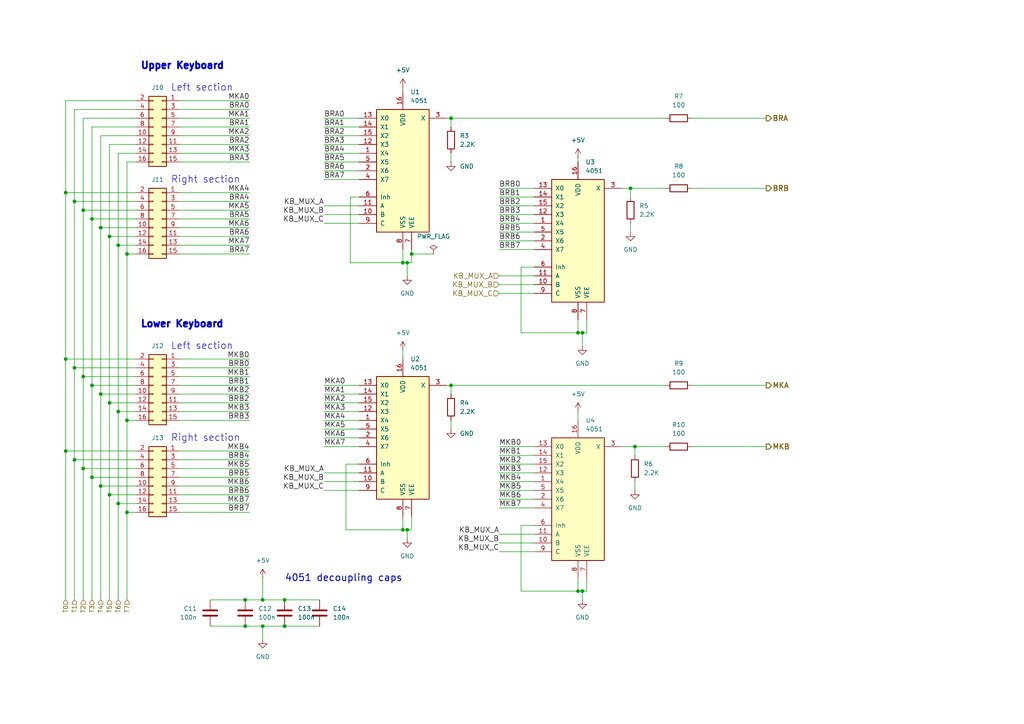
<source format=kicad_sch>
(kicad_sch (version 20231120) (generator "eeschema") (generator_version "8.0")
  (paper "A4")
  (title_block (title "Keyboards control") (date "2024-09-18") (rev "1.0"))
  (lib_symbols
    (symbol "4xxx:4051" (pin_names (offset 1.016))
      (property "Reference" "U" (at -7.62 19.05 0))
      (property "Value" "4051" (at -7.62 -19.05 0))
      (symbol "4051_1_0"
        (pin passive line (at -12.7 5.08 0) (length 5.08) (name "X4") (number "1"))
        (pin input line (at -12.7 -12.7 0) (length 5.08) (name "B") (number "10"))
        (pin input line (at -12.7 -10.16 0) (length 5.08) (name "A") (number "11"))
        (pin passive line (at -12.7 7.62 0) (length 5.08) (name "X3") (number "12"))
        (pin passive line (at -12.7 15.24 0) (length 5.08) (name "X0") (number "13"))
        (pin passive line (at -12.7 12.7 0) (length 5.08) (name "X1") (number "14"))
        (pin passive line (at -12.7 10.16 0) (length 5.08) (name "X2") (number "15"))
        (pin power_in line (at 0 22.86 270) (length 5.08) (name "VDD") (number "16"))
        (pin passive line (at -12.7 0 0) (length 5.08) (name "X6") (number "2"))
        (pin passive line (at 12.7 15.24 180) (length 5.08) (name "X") (number "3"))
        (pin passive line (at -12.7 -2.54 0) (length 5.08) (name "X7") (number "4"))
        (pin passive line (at -12.7 2.54 0) (length 5.08) (name "X5") (number "5"))
        (pin input line (at -12.7 -7.62 0) (length 5.08) (name "Inh") (number "6"))
        (pin power_in line (at 2.54 -22.86 90) (length 5.08) (name "VEE") (number "7"))
        (pin power_in line (at 0 -22.86 90) (length 5.08) (name "VSS") (number "8"))
        (pin input line (at -12.7 -15.24 0) (length 5.08) (name "C") (number "9"))
      )
      (symbol "4051_1_1"
        (rectangle (start -7.62 17.78) (end 7.62 -17.78) (stroke (width 0.254)) (fill (type background)))
      )
    )
    (symbol "Connector_Generic:Conn_02x08_Odd_Even" (pin_names (offset 1.016) hide)
      (property "Reference" "J" (at 1.27 10.16 0))
      (property "Value" "Conn_02x08_Odd_Even" (at 1.27 -12.7 0))
      (symbol "Conn_02x08_Odd_Even_1_1"
        (rectangle (start -1.27 -10.033) (end 0 -10.287) (stroke (width 0.1524)))
        (rectangle (start -1.27 -7.493) (end 0 -7.747) (stroke (width 0.1524)))
        (rectangle (start -1.27 -4.953) (end 0 -5.207) (stroke (width 0.1524)))
        (rectangle (start -1.27 -2.413) (end 0 -2.667) (stroke (width 0.1524)))
        (rectangle (start -1.27 0.127) (end 0 -0.127) (stroke (width 0.1524)))
        (rectangle (start -1.27 2.667) (end 0 2.413) (stroke (width 0.1524)))
        (rectangle (start -1.27 5.207) (end 0 4.953) (stroke (width 0.1524)))
        (rectangle (start -1.27 7.747) (end 0 7.493) (stroke (width 0.1524)))
        (rectangle (start -1.27 8.89) (end 3.81 -11.43) (stroke (width 0.254)) (fill (type background)))
        (rectangle (start 3.81 -10.033) (end 2.54 -10.287) (stroke (width 0.1524)))
        (rectangle (start 3.81 -7.493) (end 2.54 -7.747) (stroke (width 0.1524)))
        (rectangle (start 3.81 -4.953) (end 2.54 -5.207) (stroke (width 0.1524)))
        (rectangle (start 3.81 -2.413) (end 2.54 -2.667) (stroke (width 0.1524)))
        (rectangle (start 3.81 0.127) (end 2.54 -0.127) (stroke (width 0.1524)))
        (rectangle (start 3.81 2.667) (end 2.54 2.413) (stroke (width 0.1524)))
        (rectangle (start 3.81 5.207) (end 2.54 4.953) (stroke (width 0.1524)))
        (rectangle (start 3.81 7.747) (end 2.54 7.493) (stroke (width 0.1524)))
        (pin passive line (at -5.08 7.62 0) (length 3.81) (name "Pin_1") (number "1"))
        (pin passive line (at 7.62 -2.54 180) (length 3.81) (name "Pin_10") (number "10"))
        (pin passive line (at -5.08 -5.08 0) (length 3.81) (name "Pin_11") (number "11"))
        (pin passive line (at 7.62 -5.08 180) (length 3.81) (name "Pin_12") (number "12"))
        (pin passive line (at -5.08 -7.62 0) (length 3.81) (name "Pin_13") (number "13"))
        (pin passive line (at 7.62 -7.62 180) (length 3.81) (name "Pin_14") (number "14"))
        (pin passive line (at -5.08 -10.16 0) (length 3.81) (name "Pin_15") (number "15"))
        (pin passive line (at 7.62 -10.16 180) (length 3.81) (name "Pin_16") (number "16"))
        (pin passive line (at 7.62 7.62 180) (length 3.81) (name "Pin_2") (number "2"))
        (pin passive line (at -5.08 5.08 0) (length 3.81) (name "Pin_3") (number "3"))
        (pin passive line (at 7.62 5.08 180) (length 3.81) (name "Pin_4") (number "4"))
        (pin passive line (at -5.08 2.54 0) (length 3.81) (name "Pin_5") (number "5"))
        (pin passive line (at 7.62 2.54 180) (length 3.81) (name "Pin_6") (number "6"))
        (pin passive line (at -5.08 0 0) (length 3.81) (name "Pin_7") (number "7"))
        (pin passive line (at 7.62 0 180) (length 3.81) (name "Pin_8") (number "8"))
        (pin passive line (at -5.08 -2.54 0) (length 3.81) (name "Pin_9") (number "9"))
      )
    )
    (symbol "Device:C" (pin_numbers hide) (pin_names (offset 0.254))
      (property "Reference" "C" (at 0.635 2.54 0))
      (property "Value" "C" (at 0.635 -2.54 0))
      (symbol "C_0_1"
        (polyline (pts (xy -2.032 -0.762) (xy 2.032 -0.762)) (stroke (width 0.508)))
        (polyline (pts (xy -2.032 0.762) (xy 2.032 0.762)) (stroke (width 0.508)))
      )
      (symbol "C_1_1"
        (pin passive line (at 0 3.81 270) (length 2.794) (name "~") (number "1"))
        (pin passive line (at 0 -3.81 90) (length 2.794) (name "~") (number "2"))
      )
    )
    (symbol "Device:R" (pin_numbers hide) (pin_names (offset 0))
      (property "Reference" "R" (at 2.032 0 90))
      (property "Value" "R" (at 0 0 90))
      (symbol "R_0_1"
        (rectangle (start -1.016 -2.54) (end 1.016 2.54) (stroke (width 0.254)))
      )
      (symbol "R_1_1"
        (pin passive line (at 0 3.81 270) (length 1.27) (name "~") (number "1"))
        (pin passive line (at 0 -3.81 90) (length 1.27) (name "~") (number "2"))
      )
    )
    (symbol "power:+5V" (power) (pin_numbers hide) (pin_names (offset 0) hide)
      (property "Value" "+5V" (at 0 3.556 0))
      (symbol "+5V_0_1"
        (polyline (pts (xy -0.762 1.27) (xy 0 2.54)))
        (polyline (pts (xy 0 0) (xy 0 2.54)))
        (polyline (pts (xy 0 2.54) (xy 0.762 1.27)))
      )
      (symbol "+5V_1_1"
        (pin power_in line (at 0 0 90) (length 0) (name "~") (number "1"))
      )
    )
    (symbol "power:GND" (power) (pin_numbers hide) (pin_names (offset 0) hide)
      (property "Value" "GND" (at 0 -3.81 0))
      (symbol "GND_0_1"
        (polyline (pts (xy 0 0) (xy 0 -1.27) (xy 1.27 -1.27) (xy 0 -2.54) (xy -1.27 -1.27) (xy 0 -1.27)))
      )
      (symbol "GND_1_1"
        (pin power_in line (at 0 0 270) (length 0) (name "~") (number "1"))
      )
    )
    (symbol "power:PWR_FLAG" (power) (pin_numbers hide) (pin_names (offset 0) hide)
      (property "Value" "PWR_FLAG" (at 0 3.81 0))
      (symbol "PWR_FLAG_0_0"
        (pin power_out line (at 0 0 90) (length 0) (name "~") (number "1"))
      )
      (symbol "PWR_FLAG_0_1"
        (polyline (pts (xy 0 0) (xy 0 1.27) (xy -1.016 1.905) (xy 0 2.54) (xy 1.016 1.905) (xy 0 1.27)))
      )
    )
  )
  (junction (at 82.55 173.99))
  (junction (at 34.29 71.12))
  (junction (at 31.75 116.84))
  (junction (at 71.12 181.61))
  (junction (at 26.67 63.5))
  (junction (at 19.05 104.14))
  (junction (at 167.64 171.45))
  (junction (at 119.38 73.66))
  (junction (at 36.83 73.66))
  (junction (at 118.11 153.67))
  (junction (at 36.83 121.92))
  (junction (at 19.05 55.88))
  (junction (at 184.15 129.54))
  (junction (at 116.84 153.67))
  (junction (at 168.91 96.52))
  (junction (at 26.67 111.76))
  (junction (at 71.12 173.99))
  (junction (at 21.59 58.42))
  (junction (at 34.29 119.38))
  (junction (at 168.91 171.45))
  (junction (at 76.2 181.61))
  (junction (at 29.21 140.97))
  (junction (at 182.88 54.61))
  (junction (at 29.21 114.3))
  (junction (at 26.67 138.43))
  (junction (at 21.59 133.35))
  (junction (at 29.21 66.04))
  (junction (at 24.13 135.89))
  (junction (at 24.13 60.96))
  (junction (at 34.29 146.05))
  (junction (at 21.59 106.68))
  (junction (at 19.05 130.81))
  (junction (at 130.81 34.29))
  (junction (at 31.75 143.51))
  (junction (at 130.81 111.76))
  (junction (at 118.11 76.2))
  (junction (at 167.64 96.52))
  (junction (at 116.84 76.2))
  (junction (at 82.55 181.61))
  (junction (at 36.83 148.59))
  (junction (at 76.2 173.99))
  (junction (at 24.13 109.22))
  (junction (at 31.75 68.58))
  (wire (pts (xy 104.14 129.54) (xy 93.98 129.54)))
  (wire (pts (xy 21.59 58.42) (xy 39.37 58.42)))
  (wire (pts (xy 168.91 171.45) (xy 168.91 173.99)))
  (wire (pts (xy 24.13 109.22) (xy 39.37 109.22)))
  (wire (pts (xy 21.59 106.68) (xy 39.37 106.68)))
  (wire (pts (xy 104.14 44.45) (xy 93.98 44.45)))
  (wire (pts (xy 52.07 31.75) (xy 72.39 31.75)))
  (wire (pts (xy 200.66 129.54) (xy 222.25 129.54)))
  (wire (pts (xy 29.21 39.37) (xy 29.21 66.04)))
  (wire (pts (xy 170.18 171.45) (xy 170.18 167.64)))
  (wire (pts (xy 21.59 106.68) (xy 21.59 133.35)))
  (wire (pts (xy 52.07 68.58) (xy 72.39 68.58)))
  (wire (pts (xy 52.07 55.88) (xy 72.39 55.88)))
  (wire (pts (xy 26.67 36.83) (xy 39.37 36.83)))
  (wire (pts (xy 52.07 114.3) (xy 72.39 114.3)))
  (wire (pts (xy 130.81 114.3) (xy 130.81 111.76)))
  (wire (pts (xy 104.14 64.77) (xy 93.98 64.77)))
  (wire (pts (xy 104.14 119.38) (xy 93.98 119.38)))
  (wire (pts (xy 29.21 39.37) (xy 39.37 39.37)))
  (wire (pts (xy 167.64 92.71) (xy 167.64 96.52)))
  (wire (pts (xy 19.05 130.81) (xy 39.37 130.81)))
  (wire (pts (xy 154.94 160.02) (xy 144.78 160.02)))
  (wire (pts (xy 104.14 52.07) (xy 93.98 52.07)))
  (wire (pts (xy 34.29 71.12) (xy 34.29 119.38)))
  (wire (pts (xy 116.84 72.39) (xy 116.84 76.2)))
  (wire (pts (xy 76.2 167.64) (xy 76.2 173.99)))
  (wire (pts (xy 31.75 41.91) (xy 31.75 68.58)))
  (wire (pts (xy 52.07 140.97) (xy 72.39 140.97)))
  (wire (pts (xy 130.81 111.76) (xy 193.04 111.76)))
  (wire (pts (xy 154.94 54.61) (xy 144.78 54.61)))
  (wire (pts (xy 168.91 96.52) (xy 168.91 100.33)))
  (wire (pts (xy 116.84 104.14) (xy 116.84 101.6)))
  (wire (pts (xy 154.94 77.47) (xy 151.13 77.47)))
  (wire (pts (xy 21.59 133.35) (xy 39.37 133.35)))
  (wire (pts (xy 100.33 153.67) (xy 100.33 134.62)))
  (wire (pts (xy 168.91 171.45) (xy 170.18 171.45)))
  (wire (pts (xy 71.12 173.99) (xy 76.2 173.99)))
  (wire (pts (xy 200.66 111.76) (xy 222.25 111.76)))
  (wire (pts (xy 118.11 153.67) (xy 119.38 153.67)))
  (wire (pts (xy 31.75 143.51) (xy 39.37 143.51)))
  (wire (pts (xy 104.14 116.84) (xy 93.98 116.84)))
  (wire (pts (xy 52.07 41.91) (xy 72.39 41.91)))
  (wire (pts (xy 52.07 73.66) (xy 72.39 73.66)))
  (wire (pts (xy 154.94 64.77) (xy 144.78 64.77)))
  (wire (pts (xy 182.88 57.15) (xy 182.88 54.61)))
  (wire (pts (xy 52.07 36.83) (xy 72.39 36.83)))
  (wire (pts (xy 52.07 135.89) (xy 72.39 135.89)))
  (wire (pts (xy 60.96 181.61) (xy 71.12 181.61)))
  (wire (pts (xy 52.07 44.45) (xy 72.39 44.45)))
  (wire (pts (xy 144.78 80.01) (xy 154.94 80.01)))
  (wire (pts (xy 36.83 46.99) (xy 36.83 73.66)))
  (wire (pts (xy 104.14 41.91) (xy 93.98 41.91)))
  (wire (pts (xy 26.67 138.43) (xy 39.37 138.43)))
  (wire (pts (xy 76.2 185.42) (xy 76.2 181.61)))
  (wire (pts (xy 118.11 76.2) (xy 119.38 76.2)))
  (wire (pts (xy 52.07 111.76) (xy 72.39 111.76)))
  (wire (pts (xy 154.94 72.39) (xy 144.78 72.39)))
  (wire (pts (xy 119.38 76.2) (xy 119.38 73.66)))
  (wire (pts (xy 26.67 63.5) (xy 39.37 63.5)))
  (wire (pts (xy 154.94 152.4) (xy 151.13 152.4)))
  (wire (pts (xy 104.14 62.23) (xy 93.98 62.23)))
  (wire (pts (xy 154.94 142.24) (xy 144.78 142.24)))
  (wire (pts (xy 101.6 76.2) (xy 101.6 57.15)))
  (wire (pts (xy 167.64 171.45) (xy 151.13 171.45)))
  (wire (pts (xy 104.14 49.53) (xy 93.98 49.53)))
  (wire (pts (xy 71.12 181.61) (xy 76.2 181.61)))
  (wire (pts (xy 119.38 73.66) (xy 125.73 73.66)))
  (wire (pts (xy 167.64 96.52) (xy 151.13 96.52)))
  (wire (pts (xy 21.59 133.35) (xy 21.59 173.99)))
  (wire (pts (xy 154.94 132.08) (xy 144.78 132.08)))
  (wire (pts (xy 52.07 121.92) (xy 72.39 121.92)))
  (wire (pts (xy 34.29 44.45) (xy 34.29 71.12)))
  (wire (pts (xy 52.07 58.42) (xy 72.39 58.42)))
  (wire (pts (xy 34.29 119.38) (xy 39.37 119.38)))
  (wire (pts (xy 130.81 34.29) (xy 193.04 34.29)))
  (wire (pts (xy 104.14 34.29) (xy 93.98 34.29)))
  (wire (pts (xy 39.37 121.92) (xy 36.83 121.92)))
  (wire (pts (xy 154.94 67.31) (xy 144.78 67.31)))
  (wire (pts (xy 116.84 76.2) (xy 101.6 76.2)))
  (wire (pts (xy 130.81 36.83) (xy 130.81 34.29)))
  (wire (pts (xy 31.75 116.84) (xy 39.37 116.84)))
  (wire (pts (xy 184.15 129.54) (xy 193.04 129.54)))
  (wire (pts (xy 36.83 121.92) (xy 36.83 148.59)))
  (wire (pts (xy 24.13 60.96) (xy 39.37 60.96)))
  (wire (pts (xy 76.2 173.99) (xy 82.55 173.99)))
  (wire (pts (xy 116.84 26.67) (xy 116.84 25.4)))
  (wire (pts (xy 167.64 45.72) (xy 167.64 46.99)))
  (wire (pts (xy 52.07 109.22) (xy 72.39 109.22)))
  (wire (pts (xy 154.94 157.48) (xy 144.78 157.48)))
  (wire (pts (xy 29.21 66.04) (xy 29.21 114.3)))
  (wire (pts (xy 24.13 135.89) (xy 39.37 135.89)))
  (wire (pts (xy 144.78 85.09) (xy 154.94 85.09)))
  (wire (pts (xy 151.13 96.52) (xy 151.13 77.47)))
  (wire (pts (xy 130.81 46.99) (xy 130.81 44.45)))
  (wire (pts (xy 52.07 148.59) (xy 72.39 148.59)))
  (wire (pts (xy 29.21 140.97) (xy 29.21 173.99)))
  (wire (pts (xy 52.07 133.35) (xy 72.39 133.35)))
  (wire (pts (xy 184.15 142.24) (xy 184.15 139.7)))
  (wire (pts (xy 29.21 66.04) (xy 39.37 66.04)))
  (wire (pts (xy 104.14 59.69) (xy 93.98 59.69)))
  (wire (pts (xy 52.07 71.12) (xy 72.39 71.12)))
  (wire (pts (xy 154.94 129.54) (xy 144.78 129.54)))
  (wire (pts (xy 21.59 31.75) (xy 21.59 58.42)))
  (wire (pts (xy 52.07 146.05) (xy 72.39 146.05)))
  (wire (pts (xy 116.84 153.67) (xy 118.11 153.67)))
  (wire (pts (xy 104.14 39.37) (xy 93.98 39.37)))
  (wire (pts (xy 26.67 36.83) (xy 26.67 63.5)))
  (wire (pts (xy 24.13 60.96) (xy 24.13 109.22)))
  (wire (pts (xy 34.29 71.12) (xy 39.37 71.12)))
  (wire (pts (xy 154.94 137.16) (xy 144.78 137.16)))
  (wire (pts (xy 104.14 46.99) (xy 93.98 46.99)))
  (wire (pts (xy 31.75 68.58) (xy 39.37 68.58)))
  (wire (pts (xy 104.14 111.76) (xy 93.98 111.76)))
  (wire (pts (xy 31.75 116.84) (xy 31.75 143.51)))
  (wire (pts (xy 52.07 143.51) (xy 72.39 143.51)))
  (wire (pts (xy 52.07 46.99) (xy 72.39 46.99)))
  (wire (pts (xy 31.75 41.91) (xy 39.37 41.91)))
  (wire (pts (xy 82.55 181.61) (xy 92.71 181.61)))
  (wire (pts (xy 168.91 96.52) (xy 170.18 96.52)))
  (wire (pts (xy 93.98 137.16) (xy 104.14 137.16)))
  (wire (pts (xy 154.94 147.32) (xy 144.78 147.32)))
  (wire (pts (xy 119.38 73.66) (xy 119.38 72.39)))
  (wire (pts (xy 19.05 104.14) (xy 19.05 130.81)))
  (wire (pts (xy 182.88 64.77) (xy 182.88 67.31)))
  (wire (pts (xy 19.05 55.88) (xy 39.37 55.88)))
  (wire (pts (xy 19.05 55.88) (xy 19.05 104.14)))
  (wire (pts (xy 154.94 154.94) (xy 144.78 154.94)))
  (wire (pts (xy 52.07 34.29) (xy 72.39 34.29)))
  (wire (pts (xy 52.07 138.43) (xy 72.39 138.43)))
  (wire (pts (xy 180.34 129.54) (xy 184.15 129.54)))
  (wire (pts (xy 52.07 116.84) (xy 72.39 116.84)))
  (wire (pts (xy 52.07 39.37) (xy 72.39 39.37)))
  (wire (pts (xy 52.07 104.14) (xy 72.39 104.14)))
  (wire (pts (xy 29.21 114.3) (xy 39.37 114.3)))
  (wire (pts (xy 21.59 58.42) (xy 21.59 106.68)))
  (wire (pts (xy 104.14 36.83) (xy 93.98 36.83)))
  (wire (pts (xy 52.07 106.68) (xy 72.39 106.68)))
  (wire (pts (xy 116.84 149.86) (xy 116.84 153.67)))
  (wire (pts (xy 93.98 142.24) (xy 104.14 142.24)))
  (wire (pts (xy 52.07 119.38) (xy 72.39 119.38)))
  (wire (pts (xy 76.2 181.61) (xy 82.55 181.61)))
  (wire (pts (xy 170.18 96.52) (xy 170.18 92.71)))
  (wire (pts (xy 154.94 144.78) (xy 144.78 144.78)))
  (wire (pts (xy 184.15 132.08) (xy 184.15 129.54)))
  (wire (pts (xy 29.21 140.97) (xy 39.37 140.97)))
  (wire (pts (xy 104.14 121.92) (xy 93.98 121.92)))
  (wire (pts (xy 118.11 153.67) (xy 118.11 156.21)))
  (wire (pts (xy 26.67 138.43) (xy 26.67 173.99)))
  (wire (pts (xy 200.66 34.29) (xy 222.25 34.29)))
  (wire (pts (xy 34.29 146.05) (xy 39.37 146.05)))
  (wire (pts (xy 182.88 54.61) (xy 193.04 54.61)))
  (wire (pts (xy 52.07 63.5) (xy 72.39 63.5)))
  (wire (pts (xy 104.14 114.3) (xy 93.98 114.3)))
  (wire (pts (xy 154.94 82.55) (xy 144.78 82.55)))
  (wire (pts (xy 31.75 68.58) (xy 31.75 116.84)))
  (wire (pts (xy 19.05 104.14) (xy 39.37 104.14)))
  (wire (pts (xy 116.84 76.2) (xy 118.11 76.2)))
  (wire (pts (xy 104.14 134.62) (xy 100.33 134.62)))
  (wire (pts (xy 116.84 153.67) (xy 100.33 153.67)))
  (wire (pts (xy 31.75 143.51) (xy 31.75 173.99)))
  (wire (pts (xy 26.67 63.5) (xy 26.67 111.76)))
  (wire (pts (xy 29.21 114.3) (xy 29.21 140.97)))
  (wire (pts (xy 60.96 173.99) (xy 71.12 173.99)))
  (wire (pts (xy 104.14 127) (xy 93.98 127)))
  (wire (pts (xy 104.14 124.46) (xy 93.98 124.46)))
  (wire (pts (xy 39.37 73.66) (xy 36.83 73.66)))
  (wire (pts (xy 104.14 57.15) (xy 101.6 57.15)))
  (wire (pts (xy 19.05 130.81) (xy 19.05 173.99)))
  (wire (pts (xy 118.11 76.2) (xy 118.11 80.01)))
  (wire (pts (xy 52.07 66.04) (xy 72.39 66.04)))
  (wire (pts (xy 24.13 135.89) (xy 24.13 173.99)))
  (wire (pts (xy 24.13 34.29) (xy 39.37 34.29)))
  (wire (pts (xy 24.13 109.22) (xy 24.13 135.89)))
  (wire (pts (xy 52.07 29.21) (xy 72.39 29.21)))
  (wire (pts (xy 104.14 139.7) (xy 93.98 139.7)))
  (wire (pts (xy 26.67 111.76) (xy 26.67 138.43)))
  (wire (pts (xy 34.29 146.05) (xy 34.29 173.99)))
  (wire (pts (xy 52.07 60.96) (xy 72.39 60.96)))
  (wire (pts (xy 154.94 69.85) (xy 144.78 69.85)))
  (wire (pts (xy 167.64 96.52) (xy 168.91 96.52)))
  (wire (pts (xy 129.54 111.76) (xy 130.81 111.76)))
  (wire (pts (xy 26.67 111.76) (xy 39.37 111.76)))
  (wire (pts (xy 39.37 148.59) (xy 36.83 148.59)))
  (wire (pts (xy 34.29 44.45) (xy 39.37 44.45)))
  (wire (pts (xy 24.13 34.29) (xy 24.13 60.96)))
  (wire (pts (xy 19.05 29.21) (xy 19.05 55.88)))
  (wire (pts (xy 167.64 167.64) (xy 167.64 171.45)))
  (wire (pts (xy 39.37 46.99) (xy 36.83 46.99)))
  (wire (pts (xy 151.13 171.45) (xy 151.13 152.4)))
  (wire (pts (xy 180.34 54.61) (xy 182.88 54.61)))
  (wire (pts (xy 154.94 139.7) (xy 144.78 139.7)))
  (wire (pts (xy 154.94 59.69) (xy 144.78 59.69)))
  (wire (pts (xy 21.59 31.75) (xy 39.37 31.75)))
  (wire (pts (xy 82.55 173.99) (xy 92.71 173.99)))
  (wire (pts (xy 154.94 57.15) (xy 144.78 57.15)))
  (wire (pts (xy 167.64 121.92) (xy 167.64 119.38)))
  (wire (pts (xy 154.94 62.23) (xy 144.78 62.23)))
  (wire (pts (xy 19.05 29.21) (xy 39.37 29.21)))
  (wire (pts (xy 167.64 171.45) (xy 168.91 171.45)))
  (wire (pts (xy 36.83 148.59) (xy 36.83 173.99)))
  (wire (pts (xy 154.94 134.62) (xy 144.78 134.62)))
  (wire (pts (xy 52.07 130.81) (xy 72.39 130.81)))
  (wire (pts (xy 36.83 73.66) (xy 36.83 121.92)))
  (wire (pts (xy 34.29 119.38) (xy 34.29 146.05)))
  (wire (pts (xy 119.38 153.67) (xy 119.38 149.86)))
  (wire (pts (xy 130.81 124.46) (xy 130.81 121.92)))
  (wire (pts (xy 129.54 34.29) (xy 130.81 34.29)))
  (wire (pts (xy 200.66 54.61) (xy 222.25 54.61)))
  (text "Left section" (at 49.53 26.67 0) (effects (font (size 2 2)) (justify left bottom)))
  (text "Left section" (at 49.53 101.6 0) (effects (font (size 2 2)) (justify left bottom)))
  (text "Right section" (at 49.53 128.27 0) (effects (font (size 2 2)) (justify left bottom)))
  (text "Lower Keyboard" (at 40.64 95.25 0) (effects (font (size 2 2) (thickness 0.5994) (bold yes)) (justify left bottom)))
  (text "Right section" (at 49.53 53.34 0) (effects (font (size 2 2)) (justify left bottom)))
  (text "4051 decoupling caps" (at 82.55 168.91 0) (effects (font (size 2 2) (thickness 0.254) (bold yes)) (justify left bottom)))
  (text "Upper Keyboard" (at 40.64 20.32 0) (effects (font (size 2 2) (thickness 0.5994) (bold yes)) (justify left bottom)))
  (label "MKB3" (at 72.39 119.38 180) (effects (font (size 1.524 1.524))))
  (label "BRB6" (at 72.39 143.51 180) (effects (font (size 1.524 1.524))))
  (label "MKA5" (at 72.39 60.96 180) (effects (font (size 1.524 1.524))))
  (label "BRB2" (at 144.78 59.69 0) (effects (font (size 1.524 1.524))))
  (label "BRA5" (at 72.39 63.5 180) (effects (font (size 1.524 1.524))))
  (label "BRB0" (at 144.78 54.61 0) (effects (font (size 1.524 1.524))))
  (label "MKB6" (at 72.39 140.97 180) (effects (font (size 1.524 1.524))))
  (label "BRB2" (at 72.39 116.84 180) (effects (font (size 1.524 1.524))))
  (label "MKA2" (at 72.39 39.37 180) (effects (font (size 1.524 1.524))))
  (label "KB_MUX_C" (at 93.98 64.77 180) (effects (font (size 1.524 1.524))))
  (label "MKB5" (at 144.78 142.24 0) (effects (font (size 1.524 1.524))))
  (label "BRB4" (at 72.39 133.35 180) (effects (font (size 1.524 1.524))))
  (label "BRA3" (at 93.98 41.91 0) (effects (font (size 1.524 1.524))))
  (label "BRA2" (at 93.98 39.37 0) (effects (font (size 1.524 1.524))))
  (label "KB_MUX_C" (at 144.78 160.02 180) (effects (font (size 1.524 1.524))))
  (label "MKA7" (at 72.39 71.12 180) (effects (font (size 1.524 1.524))))
  (label "BRB1" (at 72.39 111.76 180) (effects (font (size 1.524 1.524))))
  (label "BRB3" (at 144.78 62.23 0) (effects (font (size 1.524 1.524))))
  (label "BRA4" (at 72.39 58.42 180) (effects (font (size 1.524 1.524))))
  (label "MKB2" (at 144.78 134.62 0) (effects (font (size 1.524 1.524))))
  (label "BRA5" (at 93.98 46.99 0) (effects (font (size 1.524 1.524))))
  (label "BRB5" (at 72.39 138.43 180) (effects (font (size 1.524 1.524))))
  (label "BRB1" (at 144.78 57.15 0) (effects (font (size 1.524 1.524))))
  (label "BRA6" (at 72.39 68.58 180) (effects (font (size 1.524 1.524))))
  (label "MKA4" (at 93.98 121.92 0) (effects (font (size 1.524 1.524))))
  (label "BRB4" (at 144.78 64.77 0) (effects (font (size 1.524 1.524))))
  (label "BRB5" (at 144.78 67.31 0) (effects (font (size 1.524 1.524))))
  (label "MKA5" (at 93.98 124.46 0) (effects (font (size 1.524 1.524))))
  (label "BRA6" (at 93.98 49.53 0) (effects (font (size 1.524 1.524))))
  (label "MKA2" (at 93.98 116.84 0) (effects (font (size 1.524 1.524))))
  (label "MKB7" (at 72.39 146.05 180) (effects (font (size 1.524 1.524))))
  (label "MKB5" (at 72.39 135.89 180) (effects (font (size 1.524 1.524))))
  (label "MKB7" (at 144.78 147.32 0) (effects (font (size 1.524 1.524))))
  (label "BRA4" (at 93.98 44.45 0) (effects (font (size 1.524 1.524))))
  (label "MKB3" (at 144.78 137.16 0) (effects (font (size 1.524 1.524))))
  (label "BRA3" (at 72.39 46.99 180) (effects (font (size 1.524 1.524))))
  (label "MKA6" (at 93.98 127 0) (effects (font (size 1.524 1.524))))
  (label "BRB7" (at 144.78 72.39 0) (effects (font (size 1.524 1.524))))
  (label "BRA0" (at 72.39 31.75 180) (effects (font (size 1.524 1.524))))
  (label "MKA0" (at 72.39 29.21 180) (effects (font (size 1.524 1.524))))
  (label "MKB0" (at 72.39 104.14 180) (effects (font (size 1.524 1.524))))
  (label "KB_MUX_A" (at 144.78 154.94 180) (effects (font (size 1.524 1.524))))
  (label "MKA3" (at 93.98 119.38 0) (effects (font (size 1.524 1.524))))
  (label "MKA3" (at 72.39 44.45 180) (effects (font (size 1.524 1.524))))
  (label "BRA0" (at 93.98 34.29 0) (effects (font (size 1.524 1.524))))
  (label "KB_MUX_A" (at 93.98 137.16 180) (effects (font (size 1.524 1.524))))
  (label "MKA1" (at 72.39 34.29 180) (effects (font (size 1.524 1.524))))
  (label "MKA4" (at 72.39 55.88 180) (effects (font (size 1.524 1.524))))
  (label "MKB4" (at 144.78 139.7 0) (effects (font (size 1.524 1.524))))
  (label "KB_MUX_C" (at 93.98 142.24 180) (effects (font (size 1.524 1.524))))
  (label "BRA7" (at 72.39 73.66 180) (effects (font (size 1.524 1.524))))
  (label "MKB2" (at 72.39 114.3 180) (effects (font (size 1.524 1.524))))
  (label "BRA2" (at 72.39 41.91 180) (effects (font (size 1.524 1.524))))
  (label "MKA0" (at 93.98 111.76 0) (effects (font (size 1.524 1.524))))
  (label "MKA7" (at 93.98 129.54 0) (effects (font (size 1.524 1.524))))
  (label "KB_MUX_B" (at 93.98 139.7 180) (effects (font (size 1.524 1.524))))
  (label "BRB7" (at 72.39 148.59 180) (effects (font (size 1.524 1.524))))
  (label "BRA1" (at 72.39 36.83 180) (effects (font (size 1.524 1.524))))
  (label "BRB0" (at 72.39 106.68 180) (effects (font (size 1.524 1.524))))
  (label "BRB3" (at 72.39 121.92 180) (effects (font (size 1.524 1.524))))
  (label "BRB6" (at 144.78 69.85 0) (effects (font (size 1.524 1.524))))
  (label "MKB1" (at 72.39 109.22 180) (effects (font (size 1.524 1.524))))
  (label "MKB1" (at 144.78 132.08 0) (effects (font (size 1.524 1.524))))
  (label "KB_MUX_A" (at 93.98 59.69 180) (effects (font (size 1.524 1.524))))
  (label "MKB0" (at 144.78 129.54 0) (effects (font (size 1.524 1.524))))
  (label "MKA1" (at 93.98 114.3 0) (effects (font (size 1.524 1.524))))
  (label "MKB4" (at 72.39 130.81 180) (effects (font (size 1.524 1.524))))
  (label "MKA6" (at 72.39 66.04 180) (effects (font (size 1.524 1.524))))
  (label "BRA1" (at 93.98 36.83 0) (effects (font (size 1.524 1.524))))
  (label "KB_MUX_B" (at 144.78 157.48 180) (effects (font (size 1.524 1.524))))
  (label "BRA7" (at 93.98 52.07 0) (effects (font (size 1.524 1.524))))
  (label "KB_MUX_B" (at 93.98 62.23 180) (effects (font (size 1.524 1.524))))
  (label "MKB6" (at 144.78 144.78 0) (effects (font (size 1.524 1.524))))
  (hierarchical_label "T4" (shape input) (at 29.21 173.99 270))
  (hierarchical_label "KB_MUX_A" (shape input) (at 144.78 80.01 180) (effects (font (size 1.524 1.524))))
  (hierarchical_label "KB_MUX_B" (shape input) (at 144.78 82.55 180) (effects (font (size 1.524 1.524))))
  (hierarchical_label "T3" (shape input) (at 26.67 173.99 270))
  (hierarchical_label "T6" (shape input) (at 34.29 173.99 270))
  (hierarchical_label "MKB" (shape output) (at 222.25 129.54 0) (effects (font (size 1.524 1.524) (thickness 0.254) (bold yes))))
  (hierarchical_label "BRB" (shape output) (at 222.25 54.61 0) (effects (font (size 1.524 1.524) (thickness 0.254) (bold yes))))
  (hierarchical_label "T0" (shape input) (at 19.05 173.99 270))
  (hierarchical_label "T2" (shape input) (at 24.13 173.99 270))
  (hierarchical_label "BRA" (shape output) (at 222.25 34.29 0) (effects (font (size 1.524 1.524) (thickness 0.254) (bold yes))))
  (hierarchical_label "MKA" (shape output) (at 222.25 111.76 0) (effects (font (size 1.524 1.524) (thickness 0.254) (bold yes))))
  (hierarchical_label "T7" (shape input) (at 36.83 173.99 270))
  (hierarchical_label "T5" (shape input) (at 31.75 173.99 270))
  (hierarchical_label "KB_MUX_C" (shape input) (at 144.78 85.09 180) (effects (font (size 1.524 1.524))))
  (hierarchical_label "T1" (shape input) (at 21.59 173.99 270))
  (symbol (lib_id "4xxx:4051") (at 167.64 69.85 0) (unit 1) (exclude_from_sim yes)
    (property "Reference" "U3" (at 169.8341 46.99 0) (effects (justify left)))
    (property "Value" "4051" (at 169.8341 49.53 0) (effects (justify left)))
    (property "Footprint" "Package_DIP:DIP-16_W7.62mm" (effects (hide yes)))
    (property "Datasheet" "http://www.intersil.com/content/dam/Intersil/documents/cd40/cd4051bms-52bms-53bms.pdf" (effects (hide yes)))
    (property "Description" "Analog Multiplexer 8 to 1 lins" (effects (hide yes)))
  )
  (symbol (lib_id "Connector_Generic:Conn_02x08_Odd_Even") (at 46.99 138.43 0) (mirror y) (unit 1) (exclude_from_sim yes)
    (property "Reference" "J13" (at 45.72 127 0))
    (property "Value" "Conn_02x08_Odd_Even" (effects (hide yes)))
    (property "Footprint" "Connector_IDC:IDC-Header_2x08_P2.54mm_Vertical" (effects (hide yes)))
    (property "Description" "Generic connector, double row, 02x08, odd/even pin numbering scheme (row 1 odd numbers, row 2 even numbers), script generated (kicad-library-utils/schlib/autogen/connector/)" (effects (hide yes)))
  )
  (symbol (lib_id "Device:R") (at 196.85 54.61 270) (unit 1)
    (property "Reference" "R8" (at 196.85 48.26 90))
    (property "Value" "100" (at 196.85 50.8 90))
    (property "Footprint" "Resistor_SMD:R_1206_3216Metric_Pad1.30x1.75mm_HandSolder" (effects (hide yes)))
    (property "Description" "Resistor" (effects (hide yes)))
  )
  (symbol (lib_id "Device:C") (at 71.12 177.8 0) (unit 1)
    (property "Reference" "C12" (at 74.93 176.53 0) (effects (justify left)))
    (property "Value" "100n" (at 74.93 179.07 0) (effects (justify left)))
    (property "Footprint" "Capacitor_SMD:C_1206_3216Metric_Pad1.33x1.80mm_HandSolder" (effects (hide yes)))
    (property "Description" "Unpolarized capacitor" (effects (hide yes)))
  )
  (symbol (lib_id "Connector_Generic:Conn_02x08_Odd_Even") (at 46.99 111.76 0) (mirror y) (unit 1) (exclude_from_sim yes)
    (property "Reference" "J12" (at 45.72 100.33 0))
    (property "Value" "Conn_02x08_Odd_Even" (effects (hide yes)))
    (property "Footprint" "Connector_IDC:IDC-Header_2x08_P2.54mm_Vertical" (effects (hide yes)))
    (property "Description" "Generic connector, double row, 02x08, odd/even pin numbering scheme (row 1 odd numbers, row 2 even numbers), script generated (kicad-library-utils/schlib/autogen/connector/)" (effects (hide yes)))
  )
  (symbol (lib_id "Device:C") (at 82.55 177.8 0) (unit 1)
    (property "Reference" "C13" (at 86.36 176.53 0) (effects (justify left)))
    (property "Value" "100n" (at 86.36 179.07 0) (effects (justify left)))
    (property "Footprint" "Capacitor_SMD:C_1206_3216Metric_Pad1.33x1.80mm_HandSolder" (effects (hide yes)))
    (property "Description" "Unpolarized capacitor" (effects (hide yes)))
  )
  (symbol (lib_id "4xxx:4051") (at 116.84 127 0) (unit 1) (exclude_from_sim yes)
    (property "Reference" "U2" (at 119.0341 104.14 0) (effects (justify left)))
    (property "Value" "4051" (at 119.0341 106.68 0) (effects (justify left)))
    (property "Footprint" "Package_DIP:DIP-16_W7.62mm" (effects (hide yes)))
    (property "Datasheet" "http://www.intersil.com/content/dam/Intersil/documents/cd40/cd4051bms-52bms-53bms.pdf" (effects (hide yes)))
    (property "Description" "Analog Multiplexer 8 to 1 lins" (effects (hide yes)))
  )
  (symbol (lib_id "power:GND") (at 184.15 142.24 0) (unit 1)
    (property "Reference" "#PWR040" (effects (hide yes)))
    (property "Value" "GND" (at 184.15 147.32 0))
    (property "Description" "Power symbol creates a global label with name \"GND\" , ground" (effects (hide yes)))
  )
  (symbol (lib_id "Device:C") (at 92.71 177.8 0) (unit 1)
    (property "Reference" "C14" (at 96.52 176.53 0) (effects (justify left)))
    (property "Value" "100n" (at 96.52 179.07 0) (effects (justify left)))
    (property "Footprint" "Capacitor_SMD:C_1206_3216Metric_Pad1.33x1.80mm_HandSolder" (effects (hide yes)))
    (property "Description" "Unpolarized capacitor" (effects (hide yes)))
  )
  (symbol (lib_id "power:+5V") (at 116.84 101.6 0) (unit 1)
    (property "Reference" "#PWR030" (effects (hide yes)))
    (property "Value" "+5V" (at 116.84 96.52 0))
    (property "Description" "Power symbol creates a global label with name \"+5V\"" (effects (hide yes)))
  )
  (symbol (lib_id "Connector_Generic:Conn_02x08_Odd_Even") (at 46.99 63.5 0) (mirror y) (unit 1) (exclude_from_sim yes)
    (property "Reference" "J11" (at 45.72 52.07 0))
    (property "Value" "Conn_02x08_Odd_Even" (effects (hide yes)))
    (property "Footprint" "Connector_IDC:IDC-Header_2x08_P2.54mm_Vertical" (effects (hide yes)))
    (property "Description" "Generic connector, double row, 02x08, odd/even pin numbering scheme (row 1 odd numbers, row 2 even numbers), script generated (kicad-library-utils/schlib/autogen/connector/)" (effects (hide yes)))
  )
  (symbol (lib_id "Connector_Generic:Conn_02x08_Odd_Even") (at 46.99 36.83 0) (mirror y) (unit 1) (exclude_from_sim yes)
    (property "Reference" "J10" (at 45.72 25.4 0))
    (property "Value" "Conn_02x08_Odd_Even" (effects (hide yes)))
    (property "Footprint" "Connector_IDC:IDC-Header_2x08_P2.54mm_Vertical" (effects (hide yes)))
    (property "Description" "Generic connector, double row, 02x08, odd/even pin numbering scheme (row 1 odd numbers, row 2 even numbers), script generated (kicad-library-utils/schlib/autogen/connector/)" (effects (hide yes)))
  )
  (symbol (lib_id "4xxx:4051") (at 116.84 49.53 0) (unit 1) (exclude_from_sim yes)
    (property "Reference" "U1" (at 119.0341 26.67 0) (effects (justify left)))
    (property "Value" "4051" (at 119.0341 29.21 0) (effects (justify left)))
    (property "Footprint" "Package_DIP:DIP-16_W7.62mm" (effects (hide yes)))
    (property "Datasheet" "http://www.intersil.com/content/dam/Intersil/documents/cd40/cd4051bms-52bms-53bms.pdf" (effects (hide yes)))
    (property "Description" "Analog Multiplexer 8 to 1 lins" (effects (hide yes)))
  )
  (symbol (lib_id "power:GND") (at 182.88 67.31 0) (unit 1)
    (property "Reference" "#PWR039" (effects (hide yes)))
    (property "Value" "GND" (at 182.88 72.39 0))
    (property "Description" "Power symbol creates a global label with name \"GND\" , ground" (effects (hide yes)))
  )
  (symbol (lib_id "Device:R") (at 184.15 135.89 0) (unit 1)
    (property "Reference" "R6" (at 186.69 134.62 0) (effects (justify left)))
    (property "Value" "2.2K" (at 186.69 137.16 0) (effects (justify left)))
    (property "Footprint" "Resistor_SMD:R_1206_3216Metric_Pad1.30x1.75mm_HandSolder" (effects (hide yes)))
    (property "Description" "Resistor" (effects (hide yes)))
  )
  (symbol (lib_id "power:GND") (at 130.81 124.46 0) (unit 1)
    (property "Reference" "#PWR034" (effects (hide yes)))
    (property "Value" "GND" (at 133.35 125.73 0) (effects (justify left)))
    (property "Description" "Power symbol creates a global label with name \"GND\" , ground" (effects (hide yes)))
  )
  (symbol (lib_id "power:GND") (at 168.91 173.99 0) (unit 1)
    (property "Reference" "#PWR038" (effects (hide yes)))
    (property "Value" "GND" (at 168.91 179.07 0))
    (property "Description" "Power symbol creates a global label with name \"GND\" , ground" (effects (hide yes)))
  )
  (symbol (lib_id "power:+5V") (at 167.64 119.38 0) (unit 1)
    (property "Reference" "#PWR036" (effects (hide yes)))
    (property "Value" "+5V" (at 167.64 114.3 0))
    (property "Description" "Power symbol creates a global label with name \"+5V\"" (effects (hide yes)))
  )
  (symbol (lib_id "Device:R") (at 196.85 129.54 270) (unit 1)
    (property "Reference" "R10" (at 196.85 123.19 90))
    (property "Value" "100" (at 196.85 125.73 90))
    (property "Footprint" "Resistor_SMD:R_1206_3216Metric_Pad1.30x1.75mm_HandSolder" (effects (hide yes)))
    (property "Description" "Resistor" (effects (hide yes)))
  )
  (symbol (lib_id "power:+5V") (at 167.64 45.72 0) (unit 1)
    (property "Reference" "#PWR035" (effects (hide yes)))
    (property "Value" "+5V" (at 167.64 40.64 0))
    (property "Description" "Power symbol creates a global label with name \"+5V\"" (effects (hide yes)))
  )
  (symbol (lib_id "Device:R") (at 196.85 34.29 270) (unit 1)
    (property "Reference" "R7" (at 196.85 27.94 90))
    (property "Value" "100" (at 196.85 30.48 90))
    (property "Footprint" "Resistor_SMD:R_1206_3216Metric_Pad1.30x1.75mm_HandSolder" (effects (hide yes)))
    (property "Description" "Resistor" (effects (hide yes)))
  )
  (symbol (lib_id "Device:C") (at 60.96 177.8 0) (unit 1)
    (property "Reference" "C11" (at 57.15 176.53 0) (effects (justify right)))
    (property "Value" "100n" (at 57.15 179.07 0) (effects (justify right)))
    (property "Footprint" "Capacitor_SMD:C_1206_3216Metric_Pad1.33x1.80mm_HandSolder" (effects (hide yes)))
    (property "Description" "Unpolarized capacitor" (effects (hide yes)))
  )
  (symbol (lib_id "power:+5V") (at 116.84 25.4 0) (unit 1)
    (property "Reference" "#PWR029" (effects (hide yes)))
    (property "Value" "+5V" (at 116.84 20.32 0))
    (property "Description" "Power symbol creates a global label with name \"+5V\"" (effects (hide yes)))
  )
  (symbol (lib_id "Device:R") (at 130.81 40.64 0) (unit 1)
    (property "Reference" "R3" (at 133.35 39.37 0) (effects (justify left)))
    (property "Value" "2.2K" (at 133.35 41.91 0) (effects (justify left)))
    (property "Footprint" "Resistor_SMD:R_1206_3216Metric_Pad1.30x1.75mm_HandSolder" (effects (hide yes)))
    (property "Description" "Resistor" (effects (hide yes)))
  )
  (symbol (lib_id "4xxx:4051") (at 167.64 144.78 0) (unit 1) (exclude_from_sim yes)
    (property "Reference" "U4" (at 169.8341 121.92 0) (effects (justify left)))
    (property "Value" "4051" (at 169.8341 124.46 0) (effects (justify left)))
    (property "Footprint" "Package_DIP:DIP-16_W7.62mm" (effects (hide yes)))
    (property "Datasheet" "http://www.intersil.com/content/dam/Intersil/documents/cd40/cd4051bms-52bms-53bms.pdf" (effects (hide yes)))
    (property "Description" "Analog Multiplexer 8 to 1 lins" (effects (hide yes)))
  )
  (symbol (lib_id "Device:R") (at 130.81 118.11 0) (unit 1)
    (property "Reference" "R4" (at 133.35 116.84 0) (effects (justify left)))
    (property "Value" "2.2K" (at 133.35 119.38 0) (effects (justify left)))
    (property "Footprint" "Resistor_SMD:R_1206_3216Metric_Pad1.30x1.75mm_HandSolder" (effects (hide yes)))
    (property "Description" "Resistor" (effects (hide yes)))
  )
  (symbol (lib_id "Device:R") (at 196.85 111.76 270) (unit 1)
    (property "Reference" "R9" (at 196.85 105.41 90))
    (property "Value" "100" (at 196.85 107.95 90))
    (property "Footprint" "Resistor_SMD:R_1206_3216Metric_Pad1.30x1.75mm_HandSolder" (effects (hide yes)))
    (property "Description" "Resistor" (effects (hide yes)))
  )
  (symbol (lib_id "Device:R") (at 182.88 60.96 0) (unit 1)
    (property "Reference" "R5" (at 185.42 59.69 0) (effects (justify left)))
    (property "Value" "2.2K" (at 185.42 62.23 0) (effects (justify left)))
    (property "Footprint" "Resistor_SMD:R_1206_3216Metric_Pad1.30x1.75mm_HandSolder" (effects (hide yes)))
    (property "Description" "Resistor" (effects (hide yes)))
  )
  (symbol (lib_id "power:GND") (at 118.11 156.21 0) (unit 1)
    (property "Reference" "#PWR032" (effects (hide yes)))
    (property "Value" "GND" (at 118.11 161.29 0))
    (property "Description" "Power symbol creates a global label with name \"GND\" , ground" (effects (hide yes)))
  )
  (symbol (lib_id "power:GND") (at 130.81 46.99 0) (unit 1)
    (property "Reference" "#PWR033" (effects (hide yes)))
    (property "Value" "GND" (at 133.35 48.26 0) (effects (justify left)))
    (property "Description" "Power symbol creates a global label with name \"GND\" , ground" (effects (hide yes)))
  )
  (symbol (lib_id "power:GND") (at 76.2 185.42 0) (unit 1)
    (property "Reference" "#PWR028" (effects (hide yes)))
    (property "Value" "GND" (at 76.2 190.5 0))
    (property "Description" "Power symbol creates a global label with name \"GND\" , ground" (effects (hide yes)))
  )
  (symbol (lib_id "power:GND") (at 118.11 80.01 0) (unit 1)
    (property "Reference" "#PWR031" (effects (hide yes)))
    (property "Value" "GND" (at 118.11 85.09 0))
    (property "Description" "Power symbol creates a global label with name \"GND\" , ground" (effects (hide yes)))
  )
  (symbol (lib_id "power:PWR_FLAG") (at 125.73 73.66 0) (unit 1)
    (property "Reference" "#FLG02" (effects (hide yes)))
    (property "Value" "PWR_FLAG" (at 125.73 68.58 0))
    (property "Description" "Special symbol for telling ERC where power comes from" (effects (hide yes)))
  )
  (symbol (lib_id "power:+5V") (at 76.2 167.64 0) (unit 1)
    (property "Reference" "#PWR027" (effects (hide yes)))
    (property "Value" "+5V" (at 76.2 162.56 0))
    (property "Description" "Power symbol creates a global label with name \"+5V\"" (effects (hide yes)))
  )
  (symbol (lib_id "power:GND") (at 168.91 100.33 0) (unit 1)
    (property "Reference" "#PWR037" (effects (hide yes)))
    (property "Value" "GND" (at 168.91 105.41 0))
    (property "Description" "Power symbol creates a global label with name \"GND\" , ground" (effects (hide yes)))
  )
)
</source>
